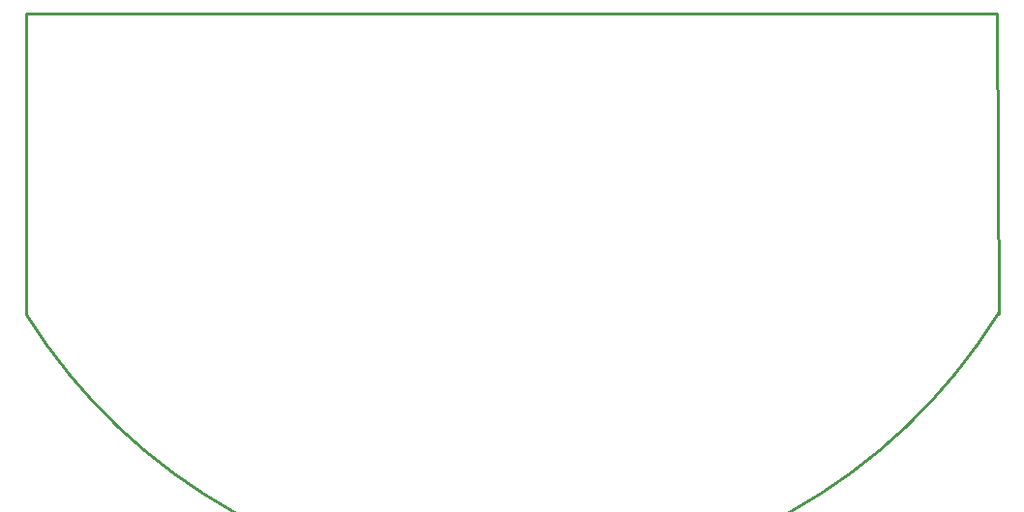
<source format=gko>
G04 Layer: BoardOutline*
G04 EasyEDA v6.3.53, 2021-02-19T20:33:04--5:00*
G04 278ba4fcc65f4522a46e9f3658c659ef,10*
G04 Gerber Generator version 0.2*
G04 Scale: 100 percent, Rotated: No, Reflected: No *
G04 Dimensions in millimeters *
G04 leading zeros omitted , absolute positions ,3 integer and 3 decimal *
%FSLAX33Y33*%
%MOMM*%
G90*
G71D02*

%ADD10C,0.254000*%
G54D10*
G01X0Y50000D02*
G01X84963Y50000D01*
G01X85090Y23711D01*
G01X0Y23711D02*
G01X0Y49999D01*
G75*
G01X42Y23640D02*
G03X85048Y23692I42487J26360D01*
G01*

%LPD*%
M00*
M02*

</source>
